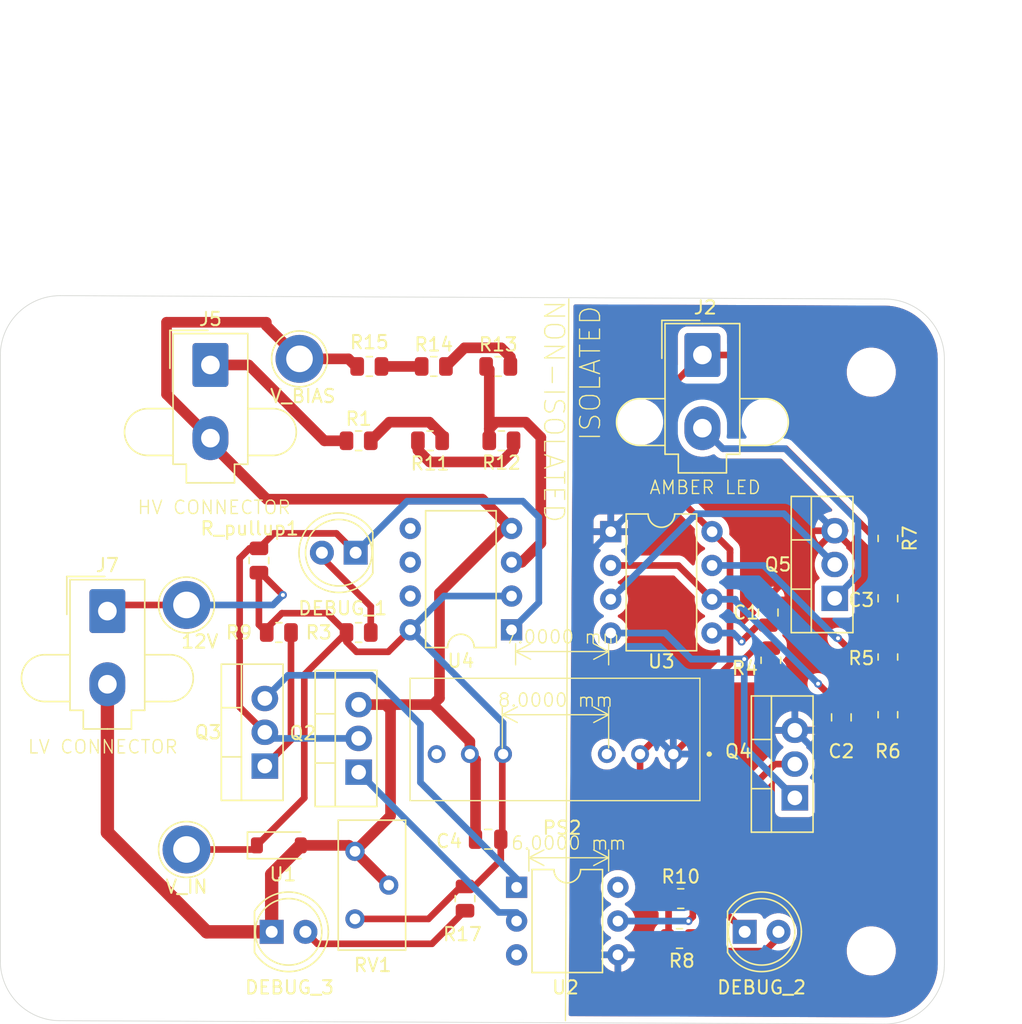
<source format=kicad_pcb>
(kicad_pcb (version 20241229) (generator "pcbnew") (generator_version "9.0")
  (layers (0 "F.Cu" signal) (2 "B.Cu" signal) (13 "F.Paste" user) (15 "B.Paste" user) (5 "F.SilkS" user "F.Silkscreen") (7 "B.SilkS" user "B.Silkscreen") (1 "F.Mask" user) (3 "B.Mask" user) (25 "Edge.Cuts" user))
  (net 0 "")
  (net 1 "12V_UNISO")
  (net 2 "HighVoltage-")
  (net 3 "Net-(DEBUG_1-K)")
  (net 4 "Net-(DEBUG_1-A)")
  (net 5 "Net-(DEBUG_2-K)")
  (net 6 "Net-(DEBUG_2-A)")
  (net 7 "Net-(DEBUG_3-A)")
  (net 8 "GND_ISO")
  (net 9 "12V_ISO")
  (net 12 "Net-(Q2-D)")
  (net 13 "Net-(Q3-S)")
  (net 14 "Net-(U3-THR)")
  (net 15 "Net-(U3-DIS)")
  (net 16 "Net-(Q5-G)")
  (net 17 "Net-(Q4-D)")
  (net 18 "Net-(U3-CV)")
  (net 19 "V_IN")
  (net 20 "Net-(J2-Pin_2)")
  (net 21 "Net-(R1-Pad2)")
  (net 22 "HighVoltage+")
  (net 23 "Net-(Q3-D)")
  (net 24 "Net-(R11-Pad1)")
  (net 25 "Net-(R13-Pad2)")
  (net 26 "Net-(R14-Pad1)")
  (footprint "TestPoint:TestPoint_Loop_D3.80mm_Drill2.0mm" (layer "F.Cu") (at 34.75 45.25)
    (property "Reference" "12V" (at 1 2.75 0) (layer "F.SilkS"))
    (property "Value" "12V TEST")
    (pad "1" thru_hole circle (at 0 0) (size 3.6 3.6) (drill 2) (layers "*.Cu" "*.Mask") (net 1 "12V_UNISO"))
  )
  (footprint "Resistor_SMD:R_0805_2012Metric" (layer "F.Cu") (at 87.5 40.25 -90)
    (property "Reference" "R7" (at 0 -1.65 90) (layer "F.SilkS"))
    (property "Value" "10k")
    (pad "1" smd roundrect (at -0.9125 0 270) (size 1.025 1.4) (layers "F.Cu" "F.Mask" "F.Paste") (roundrect_rratio 0.243902) (net 9 "12V_ISO"))
    (pad "2" smd roundrect (at 0.9125 0 270) (size 1.025 1.4) (layers "F.Cu" "F.Mask" "F.Paste") (roundrect_rratio 0.243902) (net 20 "Net-(J2-Pin_2)"))
  )
  (footprint "LED_THT:LED_D5.0mm" (layer "F.Cu") (at 47.471847 41.32 180)
    (property "Reference" "DEBUG_1" (at 0.971847 -4.18 180) (layer "F.SilkS"))
    (property "Value" "LED")
    (pad "1" thru_hole rect (at 0 0 180) (size 1.8 1.8) (drill 0.9) (layers "*.Cu" "*.Mask") (net 3 "Net-(DEBUG_1-K)"))
    (pad "2" thru_hole circle (at 2.54 0 180) (size 1.8 1.8) (drill 0.9) (layers "*.Cu" "*.Mask") (net 4 "Net-(DEBUG_1-A)"))
  )
  (footprint "Package_TO_SOT_THT:TO-220-3_Vertical" (layer "F.Cu") (at 47.696847 57.82 90)
    (property "Reference" "Q2" (at 2.939152 -4.196847 180) (layer "F.SilkS"))
    (property "Value" "NMOS")
    (pad "1" thru_hole rect (at 0 0 90) (size 1.905 2) (drill 1.1) (layers "*.Cu" "*.Mask") (net 12 "Net-(Q2-D)"))
    (pad "2" thru_hole oval (at 2.54 0 90) (size 1.905 2) (drill 1.1) (layers "*.Cu" "*.Mask") (net 3 "Net-(DEBUG_1-K)"))
    (pad "3" thru_hole oval (at 5.08 0 90) (size 1.905 2) (drill 1.1) (layers "*.Cu" "*.Mask") (net 2 "HighVoltage-"))
  )
  (footprint "MountingHole:MountingHole_3.2mm_M3" (layer "F.Cu") (at 86.25 27.75)
    (property "Reference" "H2" (hide yes))
    (property "Value" "MountingHole" (hide yes))
    (pad "" np_thru_hole circle (at 0 0) (size 3.2 3.2) (drill 3.2) (layers "*.Cu" "*.Mask"))
  )
  (footprint "Resistor_SMD:R_0805_2012Metric" (layer "F.Cu") (at 58.434347 32.9075 180)
    (property "Reference" "R12" (at 0 -1.65 0) (layer "F.SilkS"))
    (property "Value" "540k")
    (pad "1" smd roundrect (at -0.9125 0 180) (size 1.025 1.4) (layers "F.Cu" "F.Mask" "F.Paste") (roundrect_rratio 0.243902) (net 24 "Net-(R11-Pad1)"))
    (pad "2" smd roundrect (at 0.9125 0 180) (size 1.025 1.4) (layers "F.Cu" "F.Mask" "F.Paste") (roundrect_rratio 0.243902) (net 19 "V_IN"))
  )
  (footprint "Resistor_SMD:R_0805_2012Metric" (layer "F.Cu") (at 71.831847 70.32)
    (property "Reference" "R8" (at 0.168153 1.68 0) (layer "F.SilkS"))
    (property "Value" "20k")
    (pad "1" smd roundrect (at -0.9125 0) (size 1.025 1.4) (layers "F.Cu" "F.Mask" "F.Paste") (roundrect_rratio 0.243902) (net 9 "12V_ISO"))
    (pad "2" smd roundrect (at 0.9125 0) (size 1.025 1.4) (layers "F.Cu" "F.Mask" "F.Paste") (roundrect_rratio 0.243902) (net 6 "Net-(DEBUG_2-A)"))
  )
  (footprint "Resistor_SMD:R_0805_2012Metric" (layer "F.Cu") (at 58.196847 27.32)
    (property "Reference" "R13" (at 0 -1.65 0) (layer "F.SilkS"))
    (property "Value" "20k")
    (pad "1" smd roundrect (at -0.9125 0) (size 1.025 1.4) (layers "F.Cu" "F.Mask" "F.Paste") (roundrect_rratio 0.243902) (net 19 "V_IN"))
    (pad "2" smd roundrect (at 0.9125 0) (size 1.025 1.4) (layers "F.Cu" "F.Mask" "F.Paste") (roundrect_rratio 0.243902) (net 25 "Net-(R13-Pad2)"))
  )
  (footprint "Package_DIP:DIP-8_W7.62mm" (layer "F.Cu") (at 59.196847 47.12 180)
    (property "Reference" "U4" (at 3.81 -2.33 180) (layer "F.SilkS"))
    (property "Value" "LM393N/NOPB")
    (pad "1" thru_hole rect (at 0 0 180) (size 1.6 1.6) (drill 0.8) (layers "*.Cu" "*.Mask") (net 3 "Net-(DEBUG_1-K)"))
    (pad "2" thru_hole oval (at 0 2.54 180) (size 1.6 1.6) (drill 0.8) (layers "*.Cu" "*.Mask") (net 1 "12V_UNISO"))
    (pad "3" thru_hole oval (at 0 5.08 180) (size 1.6 1.6) (drill 0.8) (layers "*.Cu" "*.Mask") (net 19 "V_IN"))
    (pad "4" thru_hole oval (at 0 7.62 180) (size 1.6 1.6) (drill 0.8) (layers "*.Cu" "*.Mask") (net 2 "HighVoltage-"))
    (pad "5" thru_hole oval (at 7.62 7.62 180) (size 1.6 1.6) (drill 0.8) (layers "*.Cu" "*.Mask"))
    (pad "6" thru_hole oval (at 7.62 5.08 180) (size 1.6 1.6) (drill 0.8) (layers "*.Cu" "*.Mask"))
    (pad "7" thru_hole oval (at 7.62 2.54 180) (size 1.6 1.6) (drill 0.8) (layers "*.Cu" "*.Mask"))
    (pad "8" thru_hole oval (at 7.62 0 180) (size 1.6 1.6) (drill 0.8) (layers "*.Cu" "*.Mask") (net 1 "12V_UNISO"))
  )
  (footprint "LED_THT:LED_D5.0mm" (layer "F.Cu") (at 41.156847 69.82)
    (property "Reference" "DEBUG_3" (at 1.343153 4.18 0) (layer "F.SilkS"))
    (property "Value" "LED")
    (pad "1" thru_hole rect (at 0 0) (size 1.8 1.8) (drill 0.9) (layers "*.Cu" "*.Mask") (net 2 "HighVoltage-"))
    (pad "2" thru_hole circle (at 2.54 0) (size 1.8 1.8) (drill 0.9) (layers "*.Cu" "*.Mask") (net 7 "Net-(DEBUG_3-A)"))
  )
  (footprint "Resistor_SMD:R_0805_2012Metric" (layer "F.Cu") (at 47.696847 32.9075)
    (property "Reference" "R1" (at 0 -1.65 0) (layer "F.SilkS"))
    (property "Value" "540k")
    (pad "1" smd roundrect (at -0.9125 0) (size 1.025 1.4) (layers "F.Cu" "F.Mask" "F.Paste") (roundrect_rratio 0.243902) (net 22 "HighVoltage+"))
    (pad "2" smd roundrect (at 0.9125 0) (size 1.025 1.4) (layers "F.Cu" "F.Mask" "F.Paste") (roundrect_rratio 0.243902) (net 21 "Net-(R1-Pad2)"))
  )
  (footprint "Package_DIP:DIP-6_W7.62mm" (layer "F.Cu") (at 59.576847 66.47)
    (property "Reference" "U2" (at 3.673153 7.53 0) (layer "F.SilkS"))
    (property "Value" "4N35" (hide yes))
    (pad "1" thru_hole rect (at 0 0) (size 1.6 1.6) (drill 0.8) (layers "*.Cu" "*.Mask") (net 13 "Net-(Q3-S)"))
    (pad "2" thru_hole oval (at 0 2.54) (size 1.6 1.6) (drill 0.8) (layers "*.Cu" "*.Mask") (net 12 "Net-(Q2-D)"))
    (pad "3" thru_hole oval (at 0 5.08) (size 1.6 1.6) (drill 0.8) (layers "*.Cu" "*.Mask"))
    (pad "4" thru_hole oval (at 7.62 5.08) (size 1.6 1.6) (drill 0.8) (layers "*.Cu" "*.Mask") (net 8 "GND_ISO"))
    (pad "5" thru_hole oval (at 7.62 2.54) (size 1.6 1.6) (drill 0.8) (layers "*.Cu" "*.Mask") (net 5 "Net-(DEBUG_2-K)"))
    (pad "6" thru_hole oval (at 7.62 0) (size 1.6 1.6) (drill 0.8) (layers "*.Cu" "*.Mask"))
  )
  (footprint "LED_THT:LED_D5.0mm" (layer "F.Cu") (at 76.731847 69.82)
    (property "Reference" "DEBUG_2" (at 1.268153 4.18 0) (layer "F.SilkS"))
    (property "Value" "LED")
    (pad "1" thru_hole rect (at 0 0) (size 1.8 1.8) (drill 0.9) (layers "*.Cu" "*.Mask") (net 5 "Net-(DEBUG_2-K)"))
    (pad "2" thru_hole circle (at 2.54 0) (size 1.8 1.8) (drill 0.9) (layers "*.Cu" "*.Mask") (net 6 "Net-(DEBUG_2-A)"))
  )
  (footprint "Capacitor_SMD:C_0805_2012Metric" (layer "F.Cu") (at 84 53.7 -90)
    (property "Reference" "C2" (at 2.55 0 180) (layer "F.SilkS"))
    (property "Value" "1uF")
    (pad "1" smd roundrect (at -0.95 0 270) (size 1 1.45) (layers "F.Cu" "F.Mask" "F.Paste") (net 14 "Net-(U3-THR)"))
    (pad "2" smd roundrect (at 0.95 0 270) (size 1 1.45) (layers "F.Cu" "F.Mask" "F.Paste") (net 8 "GND_ISO"))
  )
  (footprint "Resistor_SMD:R_0805_2012Metric" (layer "F.Cu") (at 87.5 49.1625 -90)
    (property "Reference" "R5" (at 0.0875 2 0) (layer "F.SilkS"))
    (property "Value" "22k")
    (pad "1" smd roundrect (at -0.9125 0 270) (size 1.025 1.4) (layers "F.Cu" "F.Mask" "F.Paste") (roundrect_rratio 0.243902) (net 9 "12V_ISO"))
    (pad "2" smd roundrect (at 0.9125 0 270) (size 1.025 1.4) (layers "F.Cu" "F.Mask" "F.Paste") (roundrect_rratio 0.243902) (net 15 "Net-(U3-DIS)"))
  )
  (footprint "TestPoint:TestPoint_Loop_D3.80mm_Drill2.0mm" (layer "F.Cu") (at 43.25 26.75)
    (property "Reference" "V_BIAS" (at 0.25 2.8 0) (layer "F.SilkS"))
    (property "Value" "V_BIAS TEST")
    (pad "1" thru_hole circle (at 0 0) (size 3.6 3.6) (drill 2) (layers "*.Cu" "*.Mask") (net 2 "HighVoltage-"))
  )
  (footprint "MountingHole:MountingHole_3.2mm_M3" (layer "F.Cu") (at 26.25 71)
    (property "Reference" "H4" (hide yes))
    (property "Value" "MountingHole" (hide yes))
    (pad "" np_thru_hole circle (at 0 0) (size 3.2 3.2) (drill 3.2) (layers "*.Cu" "*.Mask"))
  )
  (footprint "Connector_Molex:Molex_Mini-Fit_Jr_5566-02A2_2x01_P4.20mm_Vertical" (layer "F.Cu") (at 28.8 45.71)
    (property "Reference" "J7" (at 0 -3.45 0) (layer "F.SilkS"))
    (property "Value" "Conn_01x02")
    (pad "" np_thru_hole circle (at -4.7 5.04) (size 3 3) (drill 3) (layers "*.Cu" "*.Mask"))
    (pad "" np_thru_hole circle (at 4.7 5.04) (size 3 3) (drill 3) (layers "*.Cu" "*.Mask"))
    (pad "1" thru_hole roundrect (at 0 0) (size 2.7 3.3) (drill 1.4) (layers "*.Cu" "*.Mask") (roundrect_rratio 0.092593) (net 1 "12V_UNISO"))
    (pad "2" thru_hole oval (at 0 5.5) (size 2.7 3.3) (drill 1.4) (layers "*.Cu" "*.Mask") (net 2 "HighVoltage-"))
  )
  (footprint "MountingHole:MountingHole_3.2mm_M3" (layer "F.Cu") (at 26.25 27.5)
    (property "Reference" "H1" (hide yes))
    (property "Value" "MountingHole" (hide yes))
    (pad "" np_thru_hole circle (at 0 0) (size 3.2 3.2) (drill 3.2) (layers "*.Cu" "*.Mask"))
  )
  (footprint "Resistor_SMD:R_0805_2012Metric" (layer "F.Cu") (at 78.696847 49.4075 90)
    (property "Reference" "R4" (at -0.5925 -1.946847 180) (layer "F.SilkS"))
    (property "Value" "22k")
    (pad "1" smd roundrect (at -0.9125 0 90) (size 1.025 1.4) (layers "F.Cu" "F.Mask" "F.Paste") (roundrect_rratio 0.243902) (net 9 "12V_ISO"))
    (pad "2" smd roundrect (at 0.9125 0 90) (size 1.025 1.4) (layers "F.Cu" "F.Mask" "F.Paste") (roundrect_rratio 0.243902) (net 17 "Net-(Q4-D)"))
  )
  (footprint "Resistor_SMD:R_0805_2012Metric" (layer "F.Cu") (at 48.5 27.32 180)
    (property "Reference" "R15" (at 0 1.82 0) (layer "F.SilkS"))
    (property "Value" "20k")
    (pad "1" smd roundrect (at -0.9125 0 180) (size 1.025 1.4) (layers "F.Cu" "F.Mask" "F.Paste") (roundrect_rratio 0.243902) (net 26 "Net-(R14-Pad1)"))
    (pad "2" smd roundrect (at 0.9125 0 180) (size 1.025 1.4) (layers "F.Cu" "F.Mask" "F.Paste") (roundrect_rratio 0.243902) (net 2 "HighVoltage-"))
  )
  (footprint "Capacitor_SMD:C_0805_2012Metric" (layer "F.Cu") (at 78.5 45.82 90)
    (property "Reference" "C1" (at 0 -1.68 180) (layer "F.SilkS"))
    (property "Value" "100nF")
    (pad "1" smd roundrect (at -0.95 0 90) (size 1 1.45) (layers "F.Cu" "F.Mask" "F.Paste") (net 18 "Net-(U3-CV)"))
    (pad "2" smd roundrect (at 0.95 0 90) (size 1 1.45) (layers "F.Cu" "F.Mask" "F.Paste") (net 8 "GND_ISO"))
  )
  (footprint "Resistor_SMD:R_0805_2012Metric" (layer "F.Cu") (at 40.196847 41.9075 90)
    (property "Reference" "R_pullup1" (at 2.4075 -0.696847 180) (layer "F.SilkS"))
    (property "Value" "15k")
    (pad "1" smd roundrect (at -0.9125 0 90) (size 1.025 1.4) (layers "F.Cu" "F.Mask" "F.Paste") (roundrect_rratio 0.243902) (net 1 "12V_UNISO"))
    (pad "2" smd roundrect (at 0.9125 0 90) (size 1.025 1.4) (layers "F.Cu" "F.Mask" "F.Paste") (roundrect_rratio 0.243902) (net 3 "Net-(DEBUG_1-K)"))
  )
  (footprint "Potentiometer_THT:Potentiometer_Bourns_3296Y_Vertical" (layer "F.Cu") (at 47.421847 63.77 90)
    (property "Reference" "RV1" (at -8.55 1.328153 180) (layer "F.SilkS"))
    (property "Value" "1k default (1-5k)")
    (pad "1" thru_hole circle (at 0 0 90) (size 1.44 1.44) (drill 0.8) (layers "*.Cu" "*.Mask") (net 2 "HighVoltage-"))
    (pad "2" thru_hole circle (at -2.54 2.54 90) (size 1.44 1.44) (drill 0.8) (layers "*.Cu" "*.Mask") (net 2 "HighVoltage-"))
    (pad "3" thru_hole circle (at -5.08 0 90) (size 1.44 1.44) (drill 0.8) (layers "*.Cu" "*.Mask") (net 1 "12V_UNISO"))
  )
  (footprint "Capacitor_SMD:C_0805_2012Metric" (layer "F.Cu") (at 57.436847 62.86)
    (property "Reference" "C4" (at -2.936847 0.14 0) (layer "F.SilkS"))
    (property "Value" "100nF")
    (pad "1" smd roundrect (at -0.95 0) (size 1 1.45) (layers "F.Cu" "F.Mask" "F.Paste") (net 2 "HighVoltage-"))
    (pad "2" smd roundrect (at 0.95 0) (size 1 1.45) (layers "F.Cu" "F.Mask" "F.Paste") (net 1 "12V_UNISO"))
  )
  (footprint "Resistor_SMD:R_0805_2012Metric" (layer "F.Cu") (at 87.5 53.5 90)
    (property "Reference" "R6" (at -2.75 0 180) (layer "F.SilkS"))
    (property "Value" "220k")
    (pad "1" smd roundrect (at -0.9125 0 90) (size 1.025 1.4) (layers "F.Cu" "F.Mask" "F.Paste") (roundrect_rratio 0.243902) (net 15 "Net-(U3-DIS)"))
    (pad "2" smd roundrect (at 0.9125 0 90) (size 1.025 1.4) (layers "F.Cu" "F.Mask" "F.Paste") (roundrect_rratio 0.243902) (net 14 "Net-(U3-THR)"))
  )
  (footprint "Resistor_SMD:R_0805_2012Metric" (layer "F.Cu") (at 53.065597 32.9075)
    (property "Reference" "R11" (at 0 1.7125 0) (layer "F.SilkS"))
    (property "Value" "540k")
    (pad "1" smd roundrect (at -0.9125 0) (size 1.025 1.4) (layers "F.Cu" "F.Mask" "F.Paste") (roundrect_rratio 0.243902) (net 24 "Net-(R11-Pad1)"))
    (pad "2" smd roundrect (at 0.9125 0) (size 1.025 1.4) (layers "F.Cu" "F.Mask" "F.Paste") (roundrect_rratio 0.243902) (net 21 "Net-(R1-Pad2)"))
  )
  (footprint "Connector_Molex:Molex_Mini-Fit_Jr_5566-02A2_2x01_P4.20mm_Vertical" (layer "F.Cu") (at 73.55 26.46)
    (property "Reference" "J2" (at 0.213153 -3.57 0) (layer "F.SilkS"))
    (property "Value" "Conn_01x02")
    (pad "" np_thru_hole circle (at -4.7 5.04) (size 3 3) (drill 3) (layers "*.Cu" "*.Mask"))
    (pad "" np_thru_hole circle (at 4.7 5.04) (size 3 3) (drill 3) (layers "*.Cu" "*.Mask"))
    (pad "1" thru_hole roundrect (at 0 0) (size 2.7 3.3) (drill 1.4) (layers "*.Cu" "*.Mask") (roundrect_rratio 0.092593) (net 9 "12V_ISO"))
    (pad "2" thru_hole oval (at 0 5.5) (size 2.7 3.3) (drill 1.4) (layers "*.Cu" "*.Mask") (net 20 "Net-(J2-Pin_2)"))
  )
  (footprint "Package_TO_SOT_THT:TO-220-3_Vertical" (layer "F.Cu") (at 80.5 59.75 90)
    (property "Reference" "Q4" (at 3.5 -4.25 180) (layer "F.SilkS"))
    (property "Value" "NMOS")
    (pad "1" thru_hole rect (at 0 0 90) (size 1.905 2) (drill 1.1) (layers "*.Cu" "*.Mask") (net 17 "Net-(Q4-D)"))
    (pad "2" thru_hole oval (at 2.54 0 90) (size 1.905 2) (drill 1.1) (layers "*.Cu" "*.Mask") (net 5 "Net-(DEBUG_2-K)"))
    (pad "3" thru_hole oval (at 5.08 0 90) (size 1.905 2) (drill 1.1) (layers "*.Cu" "*.Mask") (net 8 "GND_ISO"))
  )
  (footprint "Diode_SMD:D_SOD-123" (layer "F.Cu") (at 41.696847 63.32)
    (property "Reference" "U1" (at 0.303153 2.18 0) (layer "F.SilkS"))
    (property "Value" "MMSZ5245BT1G" (hide yes))
    (pad "1" smd roundrect (at -1.65 0) (size 0.9 1.2) (layers "F.Cu" "F.Mask" "F.Paste") (net 1 "12V_UNISO"))
    (pad "2" smd roundrect (at 1.65 0) (size 0.9 1.2) (layers "F.Cu" "F.Mask" "F.Paste") (net 2 "HighVoltage-"))
  )
  (footprint "Package_DIP:DIP-8_W7.62mm" (layer "F.Cu") (at 66.656847 39.74)
    (property "Reference" "U3" (at 3.81 9.76 0) (layer "F.SilkS"))
    (property "Value" "LM555xN")
    (pad "1" thru_hole rect (at 0 0) (size 1.6 1.6) (drill 0.8) (layers "*.Cu" "*.Mask") (net 8 "GND_ISO"))
    (pad "2" thru_hole oval (at 0 2.54) (size 1.6 1.6) (drill 0.8) (layers "*.Cu" "*.Mask") (net 14 "Net-(U3-THR)"))
    (pad "3" thru_hole oval (at 0 5.08) (size 1.6 1.6) (drill 0.8) (layers "*.Cu" "*.Mask") (net 16 "Net-(Q5-G)"))
    (pad "4" thru_hole oval (at 0 7.62) (size 1.6 1.6) (drill 0.8) (layers "*.Cu" "*.Mask") (net 17 "Net-(Q4-D)"))
    (pad "5" thru_hole oval (at 7.62 7.62) (size 1.6 1.6) (drill 0.8) (layers "*.Cu" "*.Mask") (net 18 "Net-(U3-CV)"))
    (pad "6" thru_hole oval (at 7.62 5.08) (size 1.6 1.6) (drill 0.8) (layers "*.Cu" "*.Mask") (net 14 "Net-(U3-THR)"))
    (pad "7" thru_hole oval (at 7.62 2.54) (size 1.6 1.6) (drill 0.8) (layers "*.Cu" "*.Mask") (net 15 "Net-(U3-DIS)"))
    (pad "8" thru_hole oval (at 7.62 0) (size 1.6 1.6) (drill 0.8) (layers "*.Cu" "*.Mask") (net 9 "12V_ISO"))
  )
  (footprint "TestPoint:TestPoint_Loop_D3.80mm_Drill2.0mm" (layer "F.Cu") (at 34.75 63.63)
    (property "Reference" "V_IN" (at 0 2.8 0) (layer "F.SilkS"))
    (property "Value" "V_IN TEST")
    (pad "1" thru_hole circle (at 0 0) (size 3.6 3.6) (drill 2) (layers "*.Cu" "*.Mask") (net 1 "12V_UNISO"))
  )
  (footprint "Package_TO_SOT_THT:TO-220-3_Vertical" (layer "F.Cu") (at 40.641847 57.36 90)
    (property "Reference" "Q3" (at 2.54 -4.27 180) (layer "F.SilkS"))
    (property "Value" "NMOS")
    (pad "1" thru_hole rect (at 0 0 90) (size 1.905 2) (drill 1.1) (layers "*.Cu" "*.Mask") (net 23 "Net-(Q3-D)"))
    (pad "2" thru_hole oval (at 2.54 0 90) (size 1.905 2) (drill 1.1) (layers "*.Cu" "*.Mask") (net 3 "Net-(DEBUG_1-K)"))
    (pad "3" thru_hole oval (at 5.08 0 90) (size 1.905 2) (drill 1.1) (layers "*.Cu" "*.Mask") (net 13 "Net-(Q3-S)"))
  )
  (footprint "Resistor_SMD:R_0805_2012Metric" (layer "F.Cu") (at 53.348423 27.32)
    (property "Reference" "R14" (at 0 -1.65 0) (layer "F.SilkS"))
    (property "Value" "20k")
    (pad "1" smd roundrect (at -0.9125 0) (size 1.025 1.4) (layers "F.Cu" "F.Mask" "F.Paste") (roundrect_rratio 0.243902) (net 26 "Net-(R14-Pad1)"))
    (pad "2" smd roundrect (at 0.9125 0) (size 1.025 1.4) (layers "F.Cu" "F.Mask" "F.Paste") (roundrect_rratio 0.243902) (net 25 "Net-(R13-Pad2)"))
  )
  (footprint "Resistor_SMD:R_0805_2012Metric" (layer "F.Cu") (at 71.919347 67.32)
    (property "Reference" "R10" (at 0 -1.65 0) (layer "F.SilkS"))
    (property "Value" "20k")
    (pad "1" smd roundrect (at -0.9125 0) (size 1.025 1.4) (layers "F.Cu" "F.Mask" "F.Paste") (roundrect_rratio 0.243902) (net 9 "12V_ISO"))
    (pad "2" smd roundrect (at 0.9125 0) (size 1.025 1.4) (layers "F.Cu" "F.Mask" "F.Paste") (roundrect_rratio 0.243902) (net 5 "Net-(DEBUG_2-K)"))
  )
  (footprint "MountingHole:MountingHole_3.2mm_M3" (layer "F.Cu") (at 86.25 71.25)
    (property "Reference" "H3" (hide yes))
    (property "Value" "MountingHole" (hide yes))
    (pad "" np_thru_hole circle (at 0 0) (size 3.2 3.2) (drill 3.2) (layers "*.Cu" "*.Mask"))
  )
  (footprint "Package_TO_SOT_THT:TO-220-3_Vertical" (layer "F.Cu") (at 83.5 44.75 90)
    (property "Reference" "Q5" (at 2.54 -4.27 180) (layer "F.SilkS"))
    (property "Value" "NMOS")
    (pad "1" thru_hole rect (at 0 0 90) (size 1.905 2) (drill 1.1) (layers "*.Cu" "*.Mask") (net 20 "Net-(J2-Pin_2)"))
    (pad "2" thru_hole oval (at 2.54 0 90) (size 1.905 2) (drill 1.1) (layers "*.Cu" "*.Mask") (net 16 "Net-(Q5-G)"))
    (pad "3" thru_hole oval (at 5.08 0 90) (size 1.905 2) (drill 1.1) (layers "*.Cu" "*.Mask") (net 8 "GND_ISO"))
  )
  (footprint "Resistor_SMD:R_0805_2012Metric" (layer "F.Cu") (at 47.696847 47.32)
    (property "Reference" "R3" (at -3 0 0) (layer "F.SilkS"))
    (property "Value" "20k")
    (pad "1" smd roundrect (at -0.9125 0) (size 1.025 1.4) (layers "F.Cu" "F.Mask" "F.Paste") (roundrect_rratio 0.243902) (net 1 "12V_UNISO"))
    (pad "2" smd roundrect (at 0.9125 0) (size 1.025 1.4) (layers "F.Cu" "F.Mask" "F.Paste") (roundrect_rratio 0.243902) (net 4 "Net-(DEBUG_1-A)"))
  )
  (footprint "Resistor_SMD:R_0805_2012Metric" (layer "F.Cu") (at 41.696847 47.32)
    (property "Reference" "R9" (at -3 0 0) (layer "F.SilkS"))
    (property "Value" "10k")
    (pad "1" smd roundrect (at -0.9125 0) (size 1.025 1.4) (layers "F.Cu" "F.Mask" "F.Paste") (roundrect_rratio 0.243902) (net 1 "12V_UNISO"))
    (pad "2" smd roundrect (at 0.9125 0) (size 1.025 1.4) (layers "F.Cu" "F.Mask" "F.Paste") (roundrect_rratio 0.243902) (net 23 "Net-(Q3-D)"))
  )
  (footprint "SPAN02A12:SPAN02A12" (layer "F.Cu") (at 71.361847 56.46 180)
    (property "Reference" "PS2" (at 8.361847 -5.54 0) (layer "F.SilkS"))
    (property "Value" "SPAN02A-12")
    (pad "1" thru_hole circle (at 0 0 180) (size 1.337 1.337) (drill 0.78) (layers "*.Cu" "*.Mask") (net 8 "GND_ISO"))
    (pad "2" thru_hole circle (at 2.5 0 180) (size 1.337 1.337) (drill 0.78) (layers "*.Cu" "*.Mask") (net 9 "12V_ISO"))
    (pad "3" thru_hole circle (at 5 0 180) (size 1.337 1.337) (drill 0.78) (layers "*.Cu" "*.Mask"))
    (pad "6" thru_hole circle (at 12.8 0 180) (size 1.337 1.337) (drill 0.78) (layers "*.Cu" "*.Mask") (net 1 "12V_UNISO"))
    (pad "7" thru_hole circle (at 15.3 0 180) (size 1.337 1.337) (drill 0.78) (layers "*.Cu" "*.Mask") (net 2 "HighVoltage-"))
    (pad "8" thru_hole circle (at 17.8 0 180) (size 1.337 1.337) (drill 0.78) (layers "*.Cu" "*.Mask"))
  )
  (footprint "Connector_Molex:Molex_Mini-Fit_Jr_5566-02A2_2x01_P4.20mm_Vertical" (layer "F.Cu") (at 36.55 27.21)
    (property "Reference" "J5" (at 0 -3.45 0) (layer "F.SilkS"))
    (property "Value" "Conn_01x02")
    (pad "" np_thru_hole circle (at -4.7 5.04) (size 3 3) (drill 3) (layers "*.Cu" "*.Mask"))
    (pad "" np_thru_hole circle (at 4.7 5.04) (size 3 3) (drill 3) (layers "*.Cu" "*.Mask"))
    (pad "1" thru_hole roundrect (at 0 0) (size 2.7 3.3) (drill 1.4) (layers "*.Cu" "*.Mask") (roundrect_rratio 0.092593) (net 22 "HighVoltage+"))
    (pad "2" thru_hole oval (at 0 5.5) (size 2.7 3.3) (drill 1.4) (layers "*.Cu" "*.Mask") (net 2 "HighVoltage-"))
  )
  (footprint "Capacitor_SMD:C_0805_2012Metric" (layer "F.Cu") (at 87.5 44.75 90)
    (property "Reference" "C3" (at -0.13 -2.006847 180) (layer "F.SilkS"))
    (property "Value" "100nF")
    (pad "1" smd roundrect (at -0.95 0 90) (size 1 1.45) (layers "F.Cu" "F.Mask" "F.Paste") (net 9 "12V_ISO"))
    (pad "2" smd roundrect (at 0.95 0 90) (size 1 1.45) (layers "F.Cu" "F.Mask" "F.Paste") (net 8 "GND_ISO"))
  )
  (footprint "Resistor_SMD:R_0805_2012Metric" (layer "F.Cu") (at 55.696847 67.32 -90)
    (property "Reference" "R17" (at 2.68 0.196847 180) (layer "F.SilkS"))
    (property "Value" "20k")
    (pad "1" smd roundrect (at -0.9125 0 270) (size 1.025 1.4) (layers "F.Cu" "F.Mask" "F.Paste") (roundrect_rratio 0.243902) (net 1 "12V_UNISO"))
    (pad "2" smd roundrect (at 0.9125 0 270) (size 1.025 1.4) (layers "F.Cu" "F.Mask" "F.Paste") (roundrect_rratio 0.243902) (net 7 "Net-(DEBUG_3-A)"))
  )
  (gr_line (start 63.25 76.5) (end 63.5 22.25) (stroke (width 0.1)) (layer "F.SilkS"))
  (gr_arc (start 20.75 26.5) (mid 22.068019 23.318019) (end 25.25 22) (stroke (width 0.05)) (layer "Edge.Cuts"))
  (gr_arc (start 25.25 76.5) (mid 22.068019 75.181981) (end 20.75 72) (stroke (width 0.05)) (layer "Edge.Cuts"))
  (gr_line (start 25.25 22) (end 87.25 22.25) (stroke (width 0.05)) (layer "Edge.Cuts"))
  (gr_line (start 91.75 72.25) (end 91.75 26.75) (stroke (width 0.05)) (layer "Edge.Cuts"))
  (gr_line (start 25.25 76.5) (end 87.25 76.75) (stroke (width 0.05)) (layer "Edge.Cuts"))
  (gr_arc (start 91.75 72.25) (mid 90.431981 75.431981) (end 87.25 76.75) (stroke (width 0.05)) (layer "Edge.Cuts"))
  (gr_line (start 20.75 72) (end 20.75 26.5) (stroke (width 0.05)) (layer "Edge.Cuts"))
  (gr_arc (start 87.25 22.25) (mid 90.431981 23.568019) (end 91.75 26.75) (stroke (width 0.05)) (layer "Edge.Cuts"))
  (gr_text "NON-ISOLATED" (at 61.5 22.25 270) (layer "F.SilkS") (effects (font (size 1.5 1.5) (thickness 0.1)) (justify left bottom)))
  (gr_text "LV CONNECTOR" (at 22.75 56.5 0) (layer "F.SilkS") (effects (font (size 1 1) (thickness 0.1)) (justify left bottom)))
  (gr_text "HV CONNECTOR" (at 31 38.5 0) (layer "F.SilkS") (effects (font (size 1 1) (thickness 0.1)) (justify left bottom)))
  (gr_text "ISOLATED" (at 66 33 90) (layer "F.SilkS") (effects (font (size 1.5 1.5) (thickness 0.1)) (justify left bottom)))
  (gr_text "AMBER LED" (at 69.5 37 0) (layer "F.SilkS") (effects (font (size 1 1) (thickness 0.1)) (justify left bottom)))
  (dimension (type aligned) (layer "F.SilkS") (pts (xy 66.5 56.5) (xy 58.5 56.5)) (height 2.999999) (format (prefix "") (suffix "") (units 3) (units_format 1) (precision 4)) (style (thickness 0.1) (arrow_length 1.27) (text_position_mode 0) (arrow_direction outward) (extension_height 0.58642) (extension_offset 0.5) (keep_text_aligned yes)) (gr_text "8.0000 mm" (at 62.5 52.400001 0) (layer "F.SilkS") (effects (font (size 1 1) (thickness 0.1)))))
  (dimension (type aligned) (layer "F.SilkS") (pts (xy 60.5 65.75) (xy 66.5 65.75)) (height -1.5) (format (prefix "") (suffix "") (units 3) (units_format 1) (precision 4)) (style (thickness 0.1) (arrow_length 1.27) (text_position_mode 0) (arrow_direction outward) (extension_height 0.58642) (extension_offset 0.5) (keep_text_aligned yes)) (gr_text "6.0000 mm" (at 63.5 63.15 0) (layer "F.SilkS") (effects (font (size 1 1) (thickness 0.1)))))
  (dimension (type aligned) (layer "F.SilkS") (pts (xy 66.5 50.25) (xy 59.5 50.25)) (height 1.5) (format (prefix "") (suffix "") (units 3) (units_format 1) (precision 4)) (style (thickness 0.1) (arrow_length 1.27) (text_position_mode 0) (arrow_direction outward) (extension_height 0.58642) (extension_offset 0.5) (keep_text_aligned yes)) (gr_text "7.0000 mm" (at 63 47.65 0) (layer "F.SilkS") (effects (font (size 1 1) (thickness 0.1)))))
  (segment (start 49.926847 48.77) (end 51.576847 47.12) (width 0.5) (layer "F.Cu") (net 1))
  (segment (start 40.196847 46.7325) (end 40.784347 47.32) (width 0.5) (layer "F.Cu") (net 1))
  (segment (start 55.388205 66.4075) (end 55.696847 66.4075) (width 0.5) (layer "F.Cu") (net 1))
  (segment (start 46.784347 48.02) (end 47.534347 48.77) (width 0.5) (layer "F.Cu") (net 1))
  (segment (start 34.75 45.25) (end 29.26 45.25) (width 0.5) (layer "F.Cu") (net 1))
  (segment (start 29.26 45.25) (end 28.8 45.71) (width 0.5) (layer "F.Cu") (net 1))
  (segment (start 40.32 42.82) (end 42 44.5) (width 0.5) (layer "F.Cu") (net 1))
  (segment (start 58.386847 64.4175) (end 58.386847 62.86) (width 0.5) (layer "F.Cu") (net 1))
  (segment (start 40.046847 63.32) (end 43.609347 59.7575) (width 0.5) (layer "F.Cu") (net 1))
  (segment (start 52.945705 68.85) (end 55.388205 66.4075) (width 0.5) (layer "F.Cu") (net 1))
  (segment (start 34.75 63.63) (end 39.736847 63.63) (width 0.5) (layer "F.Cu") (net 1))
  (segment (start 39.736847 63.63) (end 40.046847 63.32) (width 0.5) (layer "F.Cu") (net 1))
  (segment (start 43.609347 59.7575) (end 43.609347 50.495) (width 0.5) (layer "F.Cu") (net 1))
  (segment (start 46.784347 47.32) (end 46.784347 48.02) (width 0.5) (layer "F.Cu") (net 1))
  (segment (start 58.5 56.521847) (end 58.561847 56.46) (width 0.5) (layer "F.Cu") (net 1))
  (segment (start 41.925705 45.87) (end 45.334347 45.87) (width 0.5) (layer "F.Cu") (net 1))
  (segment (start 58.5 62.746847) (end 58.5 56.521847) (width 0.5) (layer "F.Cu") (net 1))
  (segment (start 40.196847 42.82) (end 40.32 42.82) (width 0.5) (layer "F.Cu") (net 1))
  (segment (start 45.334347 45.87) (end 46.784347 47.32) (width 0.5) (layer "F.Cu") (net 1))
  (segment (start 40.196847 42.82) (end 40.196847 46.7325) (width 0.5) (layer "F.Cu") (net 1))
  (segment (start 47.421847 68.85) (end 52.945705 68.85) (width 0.5) (layer "F.Cu") (net 1))
  (segment (start 40.784347 47.011358) (end 41.925705 45.87) (width 0.5) (layer "F.Cu") (net 1))
  (segment (start 47.534347 48.77) (end 49.926847 48.77) (width 0.5) (layer "F.Cu") (net 1))
  (segment (start 56.396847 66.4075) (end 58.386847 64.4175) (width 0.5) (layer "F.Cu") (net 1))
  (segment (start 43.609347 50.495) (end 46.784347 47.32) (width 0.5) (layer "F.Cu") (net 1))
  (segment (start 58.386847 62.86) (end 58.5 62.746847) (width 0.5) (layer "F.Cu") (net 1))
  (segment (start 55.696847 66.4075) (end 56.396847 66.4075) (width 0.5) (layer "F.Cu") (net 1))
  (segment (start 40.784347 47.32) (end 40.784347 47.011358) (width 0.5) (layer "F.Cu") (net 1))
  (via (at 42 44.5) (size 0.6) (drill 0.3) (layers "F.Cu" "B.Cu") (net 1))
  (segment (start 54.116847 44.58) (end 59.196847 44.58) (width 0.5) (layer "B.Cu") (net 1))
  (segment (start 58.561847 56.46) (end 58.561847 54.105) (width 0.5) (layer "B.Cu") (net 1))
  (segment (start 58.561847 54.105) (end 51.576847 47.12) (width 0.5) (layer "B.Cu") (net 1))
  (segment (start 34.75 45.25) (end 41.25 45.25) (width 0.5) (layer "B.Cu") (net 1))
  (segment (start 51.576847 47.12) (end 54.116847 44.58) (width 0.5) (layer "B.Cu") (net 1))
  (segment (start 41.25 45.25) (end 42 44.5) (width 0.5) (layer "B.Cu") (net 1))
  (segment (start 56.996847 37.3) (end 59.196847 39.5) (width 0.8) (layer "F.Cu") (net 2))
  (segment (start 56.061847 55.514599) (end 56.061847 56.46) (width 0.8) (layer "F.Cu") (net 2))
  (segment (start 28.8 62.346905) (end 36.273095 69.82) (width 1) (layer "F.Cu") (net 2))
  (segment (start 36.55 32.71) (end 33.25 29.41) (width 0.8) (layer "F.Cu") (net 2))
  (segment (start 36.55 33.05) (end 36.55 32.71) (width 0.8) (layer "F.Cu") (net 2))
  (segment (start 50.096847 53.14) (end 50.096847 61.095) (width 0.8) (layer "F.Cu") (net 2))
  (segment (start 59.196847 39.5) (end 58.625577 39.5) (width 0.8) (layer "F.Cu") (net 2))
  (segment (start 43.25 26.75) (end 46.93 26.75) (width 0.8) (layer "F.Cu") (net 2))
  (segment (start 28.8 51.21) (end 28.8 62.346905) (width 1) (layer "F.Cu") (net 2))
  (segment (start 53.776847 52.250401) (end 53.287248 52.74) (width 0.8) (layer "F.Cu") (net 2))
  (segment (start 58.625577 39.5) (end 53.776847 44.34873) (width 0.8) (layer "F.Cu") (net 2))
  (segment (start 53.776847 44.34873) (end 53.776847 52.250401) (width 0.8) (layer "F.Cu") (net 2))
  (segment (start 40.8 37.3) (end 36.55 33.05) (width 0.8) (layer "F.Cu") (net 2))
  (segment (start 56.486847 62.86) (end 56.486847 56.885) (width 0.8) (layer "F.Cu") (net 2))
  (segment (start 46.971847 63.32) (end 47.421847 63.77) (width 0.8) (layer "F.Cu") (net 2))
  (segment (start 50.096847 61.095) (end 47.421847 63.77) (width 0.8) (layer "F.Cu") (net 2))
  (segment (start 47.696847 52.74) (end 49.696847 52.74) (width 0.8) (layer "F.Cu") (net 2))
  (segment (start 49.696847 52.74) (end 53.287248 52.74) (width 0.8) (layer "F.Cu") (net 2))
  (segment (start 40.75 24.25) (end 43.25 26.75) (width 0.8) (layer "F.Cu") (net 2))
  (segment (start 33.25 29.41) (end 33.25 24) (width 0.8) (layer "F.Cu") (net 2))
  (segment (start 53.287248 52.74) (end 56.061847 55.514599) (width 0.8) (layer "F.Cu") (net 2))
  (segment (start 43.346847 63.32) (end 41.156847 65.51) (width 1) (layer "F.Cu") (net 2))
  (segment (start 36.273095 69.82) (end 41.156847 69.82) (width 1) (layer "F.Cu") (net 2))
  (segment (start 40.8 37.3) (end 56.996847 37.3) (width 0.8) (layer "F.Cu") (net 2))
  (segment (start 49.961847 66.31) (end 47.421847 63.77) (width 0.8) (layer "F.Cu") (net 2))
  (segment (start 40.75 24) (end 40.75 24.25) (width 0.8) (layer "F.Cu") (net 2))
  (segment (start 41.156847 65.51) (end 41.156847 69.82) (width 1) (layer "F.Cu") (net 2))
  (segment (start 46.93 26.75) (end 47.5 27.32) (width 0.8) (layer "F.Cu") (net 2))
  (segment (start 33.25 24) (end 40.75 24) (width 0.8) (layer "F.Cu") (net 2))
  (segment (start 56.486847 56.885) (end 56.061847 56.46) (width 0.8) (layer "F.Cu") (net 2))
  (segment (start 49.696847 52.74) (end 50.096847 53.14) (width 0.8) (layer "F.Cu") (net 2))
  (segment (start 43.346847 63.32) (end 46.971847 63.32) (width 0.8) (layer "F.Cu") (net 2))
  (segment (start 40.641847 54.82) (end 38.746847 52.925) (width 0.5) (layer "F.Cu") (net 3))
  (segment (start 38.746847 52.925) (end 38.746847 41.745) (width 0.5) (layer "F.Cu") (net 3))
  (segment (start 39.496847 40.995) (end 40.196847 40.995) (width 0.5) (layer "F.Cu") (net 3))
  (segment (start 46.021847 39.87) (end 47.471847 41.32) (width 0.5) (layer "F.Cu") (net 3))
  (segment (start 41.321847 39.87) (end 46.021847 39.87) (width 0.5) (layer "F.Cu") (net 3))
  (segment (start 41.101847 55.28) (end 40.641847 54.82) (width 0.5) (layer "F.Cu") (net 3))
  (segment (start 38.746847 41.745) (end 39.496847 40.995) (width 0.5) (layer "F.Cu") (net 3))
  (segment (start 40.196847 40.995) (end 41.321847 39.87) (width 0.5) (layer "F.Cu") (net 3))
  (segment (start 41.101847 55.28) (end 47.696847 55.28) (width 0.5) (layer "B.Cu") (net 3))
  (segment (start 61.246847 45.07) (end 59.196847 47.12) (width 0.5) (layer "B.Cu") (net 3))
  (segment (start 61.246847 38.650862) (end 61.246847 45.07) (width 0.5) (layer "B.Cu") (net 3))
  (segment (start 47.471847 41.32) (end 51.341847 37.45) (width 0.5) (layer "B.Cu") (net 3))
  (segment (start 40.641847 54.82) (end 41.101847 55.28) (width 0.5) (layer "B.Cu") (net 3))
  (segment (start 51.341847 37.45) (end 60.045985 37.45) (width 0.5) (layer "B.Cu") (net 3))
  (segment (start 60.045985 37.45) (end 61.246847 38.650862) (width 0.5) (layer "B.Cu") (net 3))
  (segment (start 48.609347 47.32) (end 48.609347 45.3575) (width 0.5) (layer "F.Cu") (net 4))
  (segment (start 48.609347 45.3575) (end 44.931847 41.68) (width 0.5) (layer "F.Cu") (net 4))
  (segment (start 44.931847 41.68) (end 44.931847 41.32) (width 0.5) (layer "F.Cu") (net 4))
  (segment (start 72.831847 67.145) (end 72.831847 67.32) (width 0.5) (layer "F.Cu") (net 5))
  (segment (start 74.231847 61.978153) (end 79 57.21) (width 0.5) (layer "F.Cu") (net 5))
  (segment (start 74.231847 67.32) (end 74.231847 61.978153) (width 0.5) (layer "F.Cu") (net 5))
  (segment (start 72.831847 67.32) (end 74.231847 67.32) (width 0.5) (layer "F.Cu") (net 5))
  (segment (start 74.231847 67.32) (end 76.731847 69.82) (width 0.5) (layer "F.Cu") (net 5))
  (segment (start 72.831847 67.32) (end 72.831847 68.678153) (width 0.5) (layer "F.Cu") (net 5))
  (segment (start 72.831847 68.678153) (end 72.5 69.01) (width 0.5) (layer "F.Cu") (net 5))
  (segment (start 79 57.21) (end 80.5 57.21) (width 0.5) (layer "F.Cu") (net 5))
  (via (at 72.5 69.01) (size 0.6) (drill 0.3) (layers "F.Cu" "B.Cu") (net 5))
  (segment (start 72.5 69.01) (end 67.196847 69.01) (width 0.5) (layer "B.Cu") (net 5))
  (segment (start 72.506847 69.01) (end 72.5 69.01) (width 0.5) (layer "B.Cu") (net 5))
  (segment (start 72.744347 70.32) (end 73.694347 71.27) (width 0.5) (layer "F.Cu") (net 6))
  (segment (start 79.271847 70.245) (end 79.271847 69.82) (width 0.5) (layer "F.Cu") (net 6))
  (segment (start 73.694347 71.27) (end 78.246847 71.27) (width 0.5) (layer "F.Cu") (net 6))
  (segment (start 78.246847 71.27) (end 79.271847 70.245) (width 0.5) (layer "F.Cu") (net 6))
  (segment (start 55.696847 68.2325) (end 53.209347 70.72) (width 0.5) (layer "F.Cu") (net 7))
  (segment (start 44.596847 70.72) (end 43.696847 69.82) (width 0.5) (layer "F.Cu") (net 7))
  (segment (start 53.209347 70.72) (end 44.596847 70.72) (width 0.5) (layer "F.Cu") (net 7))
  (segment (start 80.5 54.67) (end 73.151847 54.67) (width 0.5) (layer "F.Cu") (net 8))
  (segment (start 73.151847 54.67) (end 71.361847 56.46) (width 0.5) (layer "F.Cu") (net 8))
  (segment (start 80.52 54.65) (end 80.5 54.67) (width 0.5) (layer "F.Cu") (net 8))
  (segment (start 84 54.65) (end 80.52 54.65) (width 0.5) (layer "F.Cu") (net 8))
  (segment (start 78.5 44.67) (end 83.5 39.67) (width 0.5) (layer "F.Cu") (net 8))
  (segment (start 83.5 39.67) (end 84.2825 39.67) (width 0.5) (layer "F.Cu") (net 8))
  (segment (start 78.5 44.87) (end 78.5 44.67) (width 0.5) (layer "F.Cu") (net 8))
  (segment (start 87.5 43.67) (end 87.5 43.8) (width 0.5) (layer "F.Cu") (net 8))
  (segment (start 83.5 39.67) (end 87.5 43.67) (width 0.5) (layer "F.Cu") (net 8))
  (segment (start 69.006848 37.389999) (end 66.656847 39.74) (width 0.5) (layer "B.Cu") (net 8))
  (segment (start 67.196847 71.55) (end 71.95 71.55) (width 0.5) (layer "B.Cu") (net 8))
  (segment (start 65.25 50) (end 65.25 50.348153) (width 0.5) (layer "B.Cu") (net 8))
  (segment (start 82.25 61.25) (end 82.25 56.42) (width 0.5) (layer "B.Cu") (net 8))
  (segment (start 81.219999 37.389999) (end 83.5 39.67) (width 0.5) (layer "B.Cu") (net 8))
  (segment (start 66.656847 39.74) (end 65.106847 41.29) (width 0.5) (layer "B.Cu") (net 8))
  (segment (start 65.106847 41.29) (end 65.106847 49.856847) (width 0.5) (layer "B.Cu") (net 8))
  (segment (start 82.25 56.42) (end 80.5 54.67) (width 0.5) (layer "B.Cu") (net 8))
  (segment (start 69.006848 37.389999) (end 81.219999 37.389999) (width 0.5) (layer "B.Cu") (net 8))
  (segment (start 65.25 50.348153) (end 71.361847 56.46) (width 0.5) (layer "B.Cu") (net 8))
  (segment (start 65.106847 49.856847) (end 65.25 50) (width 0.5) (layer "B.Cu") (net 8))
  (segment (start 71.95 71.55) (end 82.25 61.25) (width 0.5) (layer "B.Cu") (net 8))
  (segment (start 76.038427 26.46) (end 73.55 26.46) (width 0.5) (layer "F.Cu") (net 9))
  (segment (start 68.861847 65.175) (end 68.861847 56.46) (width 0.5) (layer "F.Cu") (net 9))
  (segment (start 75.626847 41.09) (end 75.626847 41.32) (width 0.5) (layer "F.Cu") (net 9))
  (segment (start 75.626847 41.32) (end 75.626847 49.695) (width 0.5) (layer "F.Cu") (net 9))
  (segment (start 74.276847 39.74) (end 75.626847 41.09) (width 0.5) (layer "F.Cu") (net 9))
  (segment (start 88.2 39.3375) (end 88.975 40.1125) (width 0.5) (layer "F.Cu") (net 9))
  (segment (start 71.006847 70.2325) (end 70.919347 70.32) (width 0.5) (layer "F.Cu") (net 9))
  (segment (start 75.001847 50.32) (end 74.349347 50.9725) (width 0.5) (layer "F.Cu") (net 9))
  (segment (start 74.349347 50.9725) (end 68.861847 56.46) (width 0.5) (layer "F.Cu") (net 9))
  (segment (start 73.55 26.46) (end 70.85 29.16) (width 0.5) (layer "F.Cu") (net 9))
  (segment (start 71.006847 67.32) (end 68.861847 65.175) (width 0.5) (layer "F.Cu") (net 9))
  (segment (start 87.5 39.3375) (end 87.5 37.921573) (width 0.5) (layer "F.Cu") (net 9))
  (segment (start 88.975 40.1125) (end 88.975 44.95) (width 0.5) (layer "F.Cu") (net 9))
  (segment (start 70.85 29.16) (end 70.85 36.313153) (width 0.5) (layer "F.Cu") (net 9))
  (segment (start 87.5 48.25) (end 87.5 45.7) (width 0.5) (layer "F.Cu") (net 9))
  (segment (start 88.975 44.95) (end 88.225 45.7) (width 0.5) (layer "F.Cu") (net 9))
  (segment (start 88.225 45.7) (end 87.5 45.7) (width 0.5) (layer "F.Cu") (net 9))
  (segment (start 78.696847 50.32) (end 75.001847 50.32) (width 0.5) (layer "F.Cu") (net 9))
  (segment (start 75.626847 49.695) (end 74.349347 50.9725) (width 0.5) (layer "F.Cu") (net 9))
  (segment (start 70.85 36.313153) (end 74.276847 39.74) (width 0.5) (layer "F.Cu") (net 9))
  (segment (start 87.5 37.921573) (end 76.038427 26.46) (width 0.5) (layer "F.Cu") (net 9))
  (segment (start 70.919347 70.5425) (end 70.919347 70.32) (width 0.5) (layer "F.Cu") (net 9))
  (segment (start 87.5 39.3375) (end 88.2 39.3375) (width 0.5) (layer "F.Cu") (net 9))
  (segment (start 87.936142 45.7) (end 87.69 45.7) (width 0.5) (layer "F.Cu") (net 9))
  (segment (start 71.006847 67.32) (end 71.006847 70.2325) (width 0.5) (layer "F.Cu") (net 9))
  (segment (start 47.696847 57.82) (end 58.236847 68.36) (width 0.5) (layer "B.Cu") (net 12))
  (segment (start 58.236847 68.36) (end 59.576847 68.36) (width 0.5) (layer "B.Cu") (net 12))
  (segment (start 40.641847 52.28) (end 42.384347 50.5375) (width 0.5) (layer "B.Cu") (net 13))
  (segment (start 52.343347 58.5865) (end 59.576847 65.82) (width 0.5) (layer "B.Cu") (net 13))
  (segment (start 52.343347 54.224195) (end 52.343347 58.5865) (width 0.5) (layer "B.Cu") (net 13))
  (segment (start 48.656652 50.5375) (end 52.343347 54.224195) (width 0.5) (layer "B.Cu") (net 13))
  (segment (start 42.384347 50.5375) (end 48.656652 50.5375) (width 0.5) (layer "B.Cu") (net 13))
  (segment (start 87.2875 52.8) (end 87.5 52.5875) (width 0.5) (layer "F.Cu") (net 14))
  (segment (start 71.736847 42.28) (end 74.276847 44.82) (width 0.5) (layer "F.Cu") (net 14))
  (segment (start 84.1625 52.5875) (end 84 52.75) (width 0.5) (layer "F.Cu") (net 14))
  (segment (start 66.656847 42.28) (end 71.736847 42.28) (width 0.5) (layer "F.Cu") (net 14))
  (segment (start 84 52.75) (end 83.83 52.75) (width 0.5) (layer "F.Cu") (net 14))
  (segment (start 83.83 52.75) (end 82.25 51.17) (width 0.5) (layer "F.Cu") (net 14))
  (segment (start 87.5 52.5875) (end 84.1625 52.5875) (width 0.5) (layer "F.Cu") (net 14))
  (via (at 82.25 51.17) (size 0.6) (drill 0.3) (layers "F.Cu" "B.Cu") (net 14))
  (segment (start 76.026036 44.82) (end 74.276847 44.82) (width 0.5) (layer "B.Cu") (net 14))
  (segment (start 76.026036 44.946036) (end 82.25 51.17) (width 0.5) (layer "B.Cu") (net 14))
  (segment (start 76.026036 44.82) (end 76.026036 44.946036) (width 0.5) (layer "B.Cu") (net 14))
  (segment (start 87.5 54.4125) (end 88.2 54.4125) (width 0.5) (layer "F.Cu") (net 15))
  (segment (start 88.75 53.8625) (end 88.75 51.325) (width 0.5) (layer "F.Cu") (net 15))
  (segment (start 88.2 54.4125) (end 88.75 53.8625) (width 0.5) (layer "F.Cu") (net 15))
  (segment (start 86.075 50.075) (end 87.5 50.075) (width 0.5) (layer "F.Cu") (net 15))
  (segment (start 83.75 47.75) (end 86.075 50.075) (width 0.5) (layer "F.Cu") (net 15))
  (segment (start 88.75 51.325) (end 87.5 50.075) (width 0.5) (layer "F.Cu") (net 15))
  (via (at 83.75 47.75) (size 0.6) (drill 0.3) (layers "F.Cu" "B.Cu") (net 15))
  (segment (start 78.156847 42.28) (end 74.276847 42.28) (width 0.5) (layer "B.Cu") (net 15))
  (segment (start 83.626847 47.75) (end 78.156847 42.28) (width 0.5) (layer "B.Cu") (net 15))
  (segment (start 83.75 47.75) (end 83.626847 47.75) (width 0.5) (layer "B.Cu") (net 15))
  (segment (start 66.656847 44.82) (end 73.086847 38.39) (width 0.5) (layer "B.Cu") (net 16))
  (segment (start 73.086847 38.39) (end 79.68 38.39) (width 0.5) (layer "B.Cu") (net 16))
  (segment (start 79.68 38.39) (end 83.5 42.21) (width 0.5) (layer "B.Cu") (net 16))
  (segment (start 77.521847 48.495) (end 76.696847 49.32) (width 0.5) (layer "F.Cu") (net 17))
  (segment (start 78.696847 48.495) (end 77.521847 48.495) (width 0.5) (layer "F.Cu") (net 17))
  (via (at 76.696847 49.32) (size 0.6) (drill 0.3) (layers "F.Cu" "B.Cu") (net 17))
  (segment (start 76.696847 49.32) (end 72.711847 49.32) (width 0.5) (layer "B.Cu") (net 17))
  (segment (start 76.696847 55.946847) (end 80.5 59.75) (width 0.5) (layer "B.Cu") (net 17))
  (segment (start 76.696847 49.32) (end 76.696847 55.946847) (width 0.5) (layer "B.Cu") (net 17))
  (segment (start 66.656847 47.36) (end 70.751847 47.36) (width 0.5) (layer "B.Cu") (net 17))
  (segment (start 72.711847 49.32) (end 76.605199 49.32) (width 0.5) (layer "B.Cu") (net 17))
  (segment (start 71.704347 48.3125) (end 72.711847 49.32) (width 0.5) (layer "B.Cu") (net 17))
  (segment (start 70.751847 47.36) (end 71.704347 48.3125) (width 0.5) (layer "B.Cu") (net 17))
  (segment (start 78.5 46.77) (end 77.73 46.77) (width 0.5) (layer "F.Cu") (net 18))
  (segment (start 77.73 46.77) (end 76.5 48) (width 0.5) (layer "F.Cu") (net 18))
  (via (at 76.5 48) (size 0.6) (drill 0.3) (layers "F.Cu" "B.Cu") (net 18))
  (segment (start 75.86 47.36) (end 76.5 48) (width 0.5) (layer "B.Cu") (net 18))
  (segment (start 74.276847 47.36) (end 75.86 47.36) (width 0.5) (layer "B.Cu") (net 18))
  (segment (start 57.521847 32) (end 57.521847 27.5575) (width 0.8) (layer "F.Cu") (net 19))
  (segment (start 59.555985 42.04) (end 59.196847 42.04) (width 0.5) (layer "F.Cu") (net 19))
  (segment (start 59.96 42.04) (end 59.196847 42.04) (width 0.8) (layer "F.Cu") (net 19))
  (segment (start 57.521847 32) (end 58.014347 31.5075) (width 0.8) (layer "F.Cu") (net 19))
  (segment (start 57.521847 27.5575) (end 57.284347 27.32) (width 0.8) (layer "F.Cu") (net 19))
  (segment (start 61.396847 40.603153) (end 59.96 42.04) (width 0.8) (layer "F.Cu") (net 19))
  (segment (start 57.521847 32.9075) (end 57.521847 32) (width 0.8) (layer "F.Cu") (net 19))
  (segment (start 61.396847 32.646847) (end 61.396847 40.603153) (width 0.8) (layer "F.Cu") (net 19))
  (segment (start 60.2575 31.5075) (end 61.396847 32.646847) (width 0.8) (layer "F.Cu") (net 19))
  (segment (start 58.014347 31.5075) (end 60.2575 31.5075) (width 0.8) (layer "F.Cu") (net 19))
  (segment (start 75.09 33.5) (end 73.55 31.96) (width 0.5) (layer "F.Cu") (net 20))
  (segment (start 87.474202 41.1625) (end 79.811702 33.5) (width 0.5) (layer "F.Cu") (net 20))
  (segment (start 87.5 41.1625) (end 87.474202 41.1625) (width 0.5) (layer "F.Cu") (net 20))
  (segment (start 79.811702 33.5) (end 75.09 33.5) (width 0.5) (layer "F.Cu") (net 20))
  (segment (start 75.09 33.5) (end 79.785199 33.5) (width 0.5) (layer "B.Cu") (net 20))
  (segment (start 73.55 31.96) (end 75.09 33.5) (width 0.5) (layer "B.Cu") (net 20))
  (segment (start 79.785199 33.5) (end 85.25 38.964801) (width 0.5) (layer "B.Cu") (net 20))
  (segment (start 85.25 38.964801) (end 85.25 43) (width 0.5) (layer "B.Cu") (net 20))
  (segment (start 85.25 43) (end 83.5 44.75) (width 0.5) (layer "B.Cu") (net 20))
  (segment (start 48.609347 32.9075) (end 50.009347 31.5075) (width 0.8) (layer "F.Cu") (net 21))
  (segment (start 53.978097 32.478097) (end 53.978097 32.9075) (width 0.8) (layer "F.Cu") (net 21))
  (segment (start 50.009347 31.5075) (end 53.0075 31.5075) (width 0.8) (layer "F.Cu") (net 21))
  (segment (start 53.0075 31.5075) (end 53.978097 32.478097) (width 0.8) (layer "F.Cu") (net 21))
  (segment (start 45.12349 32.9075) (end 39.42599 27.21) (width 0.8) (layer "F.Cu") (net 22))
  (segment (start 36.55 27.21) (end 39.42599 27.21) (width 0.8) (layer "F.Cu") (net 22))
  (segment (start 46.784347 32.9075) (end 45.12349 32.9075) (width 0.8) (layer "F.Cu") (net 22))
  (segment (start 40.641847 57.36) (end 42.609347 55.3925) (width 0.5) (layer "F.Cu") (net 23))
  (segment (start 42.609347 55.3925) (end 42.609347 47.32) (width 0.5) (layer "F.Cu") (net 23))
  (segment (start 52.153097 33.6075) (end 52.153097 32.9075) (width 0.8) (layer "F.Cu") (net 24))
  (segment (start 58.454347 34.5) (end 53.045597 34.5) (width 0.8) (layer "F.Cu") (net 24))
  (segment (start 59.346847 33.6075) (end 58.454347 34.5) (width 0.8) (layer "F.Cu") (net 24))
  (segment (start 53.045597 34.5) (end 52.153097 33.6075) (width 0.8) (layer "F.Cu") (net 24))
  (segment (start 59.346847 32.9075) (end 59.346847 33.6075) (width 0.8) (layer "F.Cu") (net 24))
  (segment (start 55.660923 25.92) (end 54.260923 27.32) (width 0.8) (layer "F.Cu") (net 25))
  (segment (start 59.109347 27.32) (end 59.109347 26.62) (width 0.8) (layer "F.Cu") (net 25))
  (segment (start 58.409347 25.92) (end 55.660923 25.92) (width 0.8) (layer "F.Cu") (net 25))
  (segment (start 59.109347 26.62) (end 58.409347 25.92) (width 0.8) (layer "F.Cu") (net 25))
  (segment (start 52.435923 27.32) (end 49.5 27.32) (width 0.8) (layer "F.Cu") (net 26))
  (zone (net 8) (net_name "GND_ISO") (layers "F.Cu" "B.Cu") (connect_pads (clearance 0.5)) (min_thickness 0.25) (fill yes (thermal_gap 0.5) (thermal_bridge_width 0.5))
    (polygon (pts (xy 63.861351 22.25) (xy 63.493252 76.75) (xy 95.743252 76.75) (xy 95.743252 22.25)))
  )
)
</source>
